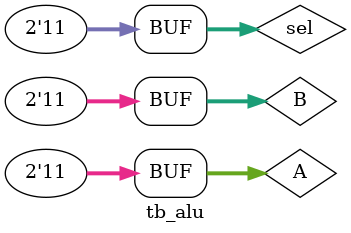
<source format=v>
/*--  *******************************************************
--  Computer Architecture Course, Laboratory Sources 
--  Amirkabir University of Technology (Tehran Polytechnic)
--  Department of Computer Engineering (CE-AUT)
--  https://ce[dot]aut[dot]ac[dot]ir
--  *******************************************************
--  All Rights reserved (C) 2019-2020
--  *******************************************************
--  Student ID  : 9831075
--  Student Name: Mina Beiki
--  Student Mail: 
--  *******************************************************
--  Additional Comments:
--
--*/

/*-----------------------------------------------------------
---  Module Name: Decoder Testbench
---  Description: Lab 05 Part 1 Testbench
-----------------------------------------------------------*/
`timescale 1 ns/1 ns


module tb_alu ();


reg [1:0] A;
reg [1:0] B;
reg [1:0] sel;
wire [3:0] Y;

	alu test_alu (.A(A), .B(B), .sel(sel), .Y(Y));

	initial 
		begin
		////////A=0 : 
      A<=2'b00;
		B<=2'b00;
		
		sel<=2'b00; 
		#50;
		sel<=2'b01; 
		#50;
		sel<=2'b10; 
		#50;
		sel<=2'b11; 
		#50;
		
		////////
		
		A<=2'b00;
		B<=2'b01;
		
		sel<=2'b00; 
		#50;
		sel<=2'b01; 
		#50;
		sel<=2'b10; 
		#50;
		sel<=2'b11; 
		#50;
		
		/////
		
		A<=2'b00;
		B<=2'b10;
		
		sel<=2'b00; 
		#50;
		sel<=2'b01; 
		#50;
		sel<=2'b10; 
		#50;
		sel<=2'b11; 
		#50;
		
		/////
		
		
		A<=2'b00;
		B<=2'b11;
		
		sel<=2'b00; 
		#50;
		sel<=2'b01; 
		#50;
		sel<=2'b10; 
		#50;
		sel<=2'b11; 
		#50;
		
		////////A=1 : 
      A<=2'b01;
		B<=2'b00;
		
		sel<=2'b00; 
		#50;
		sel<=2'b01; 
		#50;
		sel<=2'b10; 
		#50;
		sel<=2'b11; 
		#50;
		
		////////
		
		A<=2'b01;
		B<=2'b01;
		
		sel<=2'b00; 
		#50;
		sel<=2'b01; 
		#50;
		sel<=2'b10; 
		#50;
		sel<=2'b11; 
		#50;
		
		/////
		
		A<=2'b01;
		B<=2'b10;
		
		sel<=2'b00; 
		#50;
		sel<=2'b01; 
		#50;
		sel<=2'b10; 
		#50;
		sel<=2'b11; 
		#50;
		
		/////
		
		
		A<=2'b01;
		B<=2'b11;
		
		sel<=2'b00; 
		#50;
		sel<=2'b01; 
		#50;
		sel<=2'b10; 
		#50;
		sel<=2'b11; 
		#50;
		
		////////A=2 : 
      A<=2'b10;
		B<=2'b00;
		
		sel<=2'b00; 
		#50;
		sel<=2'b01; 
		#50;
		sel<=2'b10; 
		#50;
		sel<=2'b11; 
		#50;
		
		////////
		
		A<=2'b10;
		B<=2'b01;
		
		sel<=2'b00; 
		#50;
		sel<=2'b01; 
		#50;
		sel<=2'b10; 
		#50;
		sel<=2'b11; 
		#50;
		
		/////
		
		A<=2'b10;
		B<=2'b10;
		
		sel<=2'b00; 
		#50;
		sel<=2'b01; 
		#50;
		sel<=2'b10; 
		#50;
		sel<=2'b11; 
		#50;
		
		/////
		
		
		A<=2'b10;
		B<=2'b11;
		
		sel<=2'b00; 
		#50;
		sel<=2'b01; 
		#50;
		sel<=2'b10; 
		#50;
		sel<=2'b11; 
		#50;
		
		////////A=3 : 
      A<=2'b11;
		B<=2'b00;
		
		sel<=2'b00; 
		#50;
		sel<=2'b01; 
		#50;
		sel<=2'b10; 
		#50;
		sel<=2'b11; 
		#50;
		
		////////
		
		A<=2'b11;
		B<=2'b01;
		
		sel<=2'b00; 
		#50;
		sel<=2'b01; 
		#50;
		sel<=2'b10; 
		#50;
		sel<=2'b11; 
		#50;
		
		/////
		
		A<=2'b11;
		B<=2'b10;
		
		sel<=2'b00; 
		#50;
		sel<=2'b01; 
		#50;
		sel<=2'b10; 
		#50;
		sel<=2'b11; 
		#50;
		
		/////
		
		
		A<=2'b11;
		B<=2'b11;
		
		sel<=2'b00; 
		#50;
		sel<=2'b01; 
		#50;
		sel<=2'b10; 
		#50;
		sel<=2'b11; 
		#50;
		
		
		end
		endmodule
		
</source>
